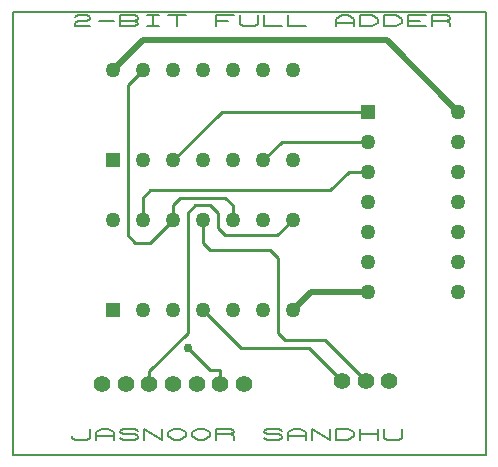
<source format=gbr>
G04 PROTEUS GERBER X2 FILE*
%TF.GenerationSoftware,Labcenter,Proteus,8.9-SP2-Build28501*%
%TF.CreationDate,2023-03-09T16:47:13+00:00*%
%TF.FileFunction,Copper,L1,Top*%
%TF.FilePolarity,Positive*%
%TF.Part,Single*%
%TF.SameCoordinates,{0f7d483c-582a-42f8-afd4-3f49b78b352a}*%
%FSLAX45Y45*%
%MOMM*%
G01*
%TA.AperFunction,Conductor*%
%ADD10C,0.254000*%
%ADD11C,0.508000*%
%TA.AperFunction,ViaPad*%
%ADD12C,0.762000*%
%TA.AperFunction,ComponentPad*%
%ADD13R,1.270000X1.270000*%
%ADD14C,1.270000*%
%TA.AperFunction,WasherPad*%
%ADD15C,1.397000*%
%TA.AperFunction,Profile*%
%ADD16C,0.203200*%
%TD.AperFunction*%
D10*
X-1270000Y-2095500D02*
X-1079500Y-2286000D01*
X-997000Y-2286000D01*
X-997000Y-2405000D01*
X+34000Y-2377000D02*
X-247500Y-2095500D01*
X-821500Y-2095500D01*
X-1143000Y-1774000D01*
X+258000Y-95000D02*
X-984000Y-95000D01*
X-1397000Y-508000D01*
X+258000Y-349000D02*
X-476000Y-349000D01*
X-635000Y-508000D01*
X-1651000Y-1012000D02*
X-1651000Y-825500D01*
X-1587500Y-762000D01*
X-63500Y-762000D01*
X+95500Y-603000D01*
X+258000Y-603000D01*
X-381000Y-1012000D02*
X-512000Y-1143000D01*
X-952500Y-1143000D01*
X-1016000Y-1079500D01*
X-1016000Y-952500D01*
X-1079500Y-889000D01*
X-1206500Y-889000D01*
X-1270000Y-952500D01*
X-1270000Y-1968500D01*
X-1597000Y-2295500D01*
X-1597000Y-2405000D01*
X-1397000Y-1012000D02*
X-1591500Y-1206500D01*
X-1714500Y-1206500D01*
X-1778000Y-1143000D01*
X-1778000Y+127000D01*
X-1651000Y+254000D01*
X-1397000Y-1012000D02*
X-1397000Y-889000D01*
X-1333500Y-825500D01*
X-952500Y-825500D01*
X-889000Y-889000D01*
X-889000Y-1012000D01*
X-1143000Y-1012000D02*
X-1143000Y-1206500D01*
X-1079500Y-1270000D01*
X-571500Y-1270000D01*
X-508000Y-1333500D01*
X-508000Y-1968500D01*
X-444500Y-2032000D01*
X-111000Y-2032000D01*
X+234000Y-2377000D01*
D11*
X-381000Y-1774000D02*
X-226000Y-1619000D01*
X+258000Y-1619000D01*
X-1905000Y+254000D02*
X-1651000Y+508000D01*
X+417000Y+508000D01*
X+1020000Y-95000D01*
D12*
X-1270000Y-2095500D03*
D13*
X-1905000Y-1774000D03*
D14*
X-1651000Y-1774000D03*
X-1397000Y-1774000D03*
X-1143000Y-1774000D03*
X-889000Y-1774000D03*
X-635000Y-1774000D03*
X-381000Y-1774000D03*
X-381000Y-1012000D03*
X-635000Y-1012000D03*
X-889000Y-1012000D03*
X-1143000Y-1012000D03*
X-1397000Y-1012000D03*
X-1651000Y-1012000D03*
X-1905000Y-1012000D03*
D13*
X-1905000Y-508000D03*
D14*
X-1651000Y-508000D03*
X-1397000Y-508000D03*
X-1143000Y-508000D03*
X-889000Y-508000D03*
X-635000Y-508000D03*
X-381000Y-508000D03*
X-381000Y+254000D03*
X-635000Y+254000D03*
X-889000Y+254000D03*
X-1143000Y+254000D03*
X-1397000Y+254000D03*
X-1651000Y+254000D03*
X-1905000Y+254000D03*
D13*
X+258000Y-95000D03*
D14*
X+258000Y-349000D03*
X+258000Y-603000D03*
X+258000Y-857000D03*
X+258000Y-1111000D03*
X+258000Y-1365000D03*
X+258000Y-1619000D03*
X+1020000Y-1619000D03*
X+1020000Y-1365000D03*
X+1020000Y-1111000D03*
X+1020000Y-857000D03*
X+1020000Y-603000D03*
X+1020000Y-349000D03*
X+1020000Y-95000D03*
D15*
X-1997000Y-2405000D03*
X-1797000Y-2405000D03*
X-1597000Y-2405000D03*
X-1397000Y-2405000D03*
X-1197000Y-2405000D03*
X-997000Y-2405000D03*
X-797000Y-2405000D03*
X+34000Y-2377000D03*
X+234000Y-2377000D03*
X+434000Y-2377000D03*
D16*
X-2750000Y-3000000D02*
X+1250000Y-3000000D01*
X+1250000Y+750000D01*
X-2750000Y+750000D01*
X-2750000Y-3000000D01*
X-2250000Y-2841440D02*
X-2250000Y-2856680D01*
X-2224600Y-2871920D01*
X-2123000Y-2871920D01*
X-2097600Y-2856680D01*
X-2097600Y-2780480D01*
X-2046800Y-2871920D02*
X-2046800Y-2810960D01*
X-1996000Y-2780480D01*
X-1945200Y-2780480D01*
X-1894400Y-2810960D01*
X-1894400Y-2871920D01*
X-2046800Y-2841440D02*
X-1894400Y-2841440D01*
X-1843600Y-2856680D02*
X-1818200Y-2871920D01*
X-1716600Y-2871920D01*
X-1691200Y-2856680D01*
X-1691200Y-2841440D01*
X-1716600Y-2826200D01*
X-1818200Y-2826200D01*
X-1843600Y-2810960D01*
X-1843600Y-2795720D01*
X-1818200Y-2780480D01*
X-1716600Y-2780480D01*
X-1691200Y-2795720D01*
X-1640400Y-2871920D02*
X-1640400Y-2780480D01*
X-1488000Y-2871920D01*
X-1488000Y-2780480D01*
X-1437200Y-2810960D02*
X-1386400Y-2780480D01*
X-1335600Y-2780480D01*
X-1284800Y-2810960D01*
X-1284800Y-2841440D01*
X-1335600Y-2871920D01*
X-1386400Y-2871920D01*
X-1437200Y-2841440D01*
X-1437200Y-2810960D01*
X-1234000Y-2810960D02*
X-1183200Y-2780480D01*
X-1132400Y-2780480D01*
X-1081600Y-2810960D01*
X-1081600Y-2841440D01*
X-1132400Y-2871920D01*
X-1183200Y-2871920D01*
X-1234000Y-2841440D01*
X-1234000Y-2810960D01*
X-1030800Y-2871920D02*
X-1030800Y-2780480D01*
X-903800Y-2780480D01*
X-878400Y-2795720D01*
X-878400Y-2810960D01*
X-903800Y-2826200D01*
X-1030800Y-2826200D01*
X-903800Y-2826200D02*
X-878400Y-2841440D01*
X-878400Y-2871920D01*
X-624400Y-2856680D02*
X-599000Y-2871920D01*
X-497400Y-2871920D01*
X-472000Y-2856680D01*
X-472000Y-2841440D01*
X-497400Y-2826200D01*
X-599000Y-2826200D01*
X-624400Y-2810960D01*
X-624400Y-2795720D01*
X-599000Y-2780480D01*
X-497400Y-2780480D01*
X-472000Y-2795720D01*
X-421200Y-2871920D02*
X-421200Y-2810960D01*
X-370400Y-2780480D01*
X-319600Y-2780480D01*
X-268800Y-2810960D01*
X-268800Y-2871920D01*
X-421200Y-2841440D02*
X-268800Y-2841440D01*
X-218000Y-2871920D02*
X-218000Y-2780480D01*
X-65600Y-2871920D01*
X-65600Y-2780480D01*
X-14800Y-2871920D02*
X-14800Y-2780480D01*
X+86800Y-2780480D01*
X+137600Y-2810960D01*
X+137600Y-2841440D01*
X+86800Y-2871920D01*
X-14800Y-2871920D01*
X+188400Y-2871920D02*
X+188400Y-2780480D01*
X+340800Y-2780480D02*
X+340800Y-2871920D01*
X+188400Y-2826200D02*
X+340800Y-2826200D01*
X+391600Y-2780480D02*
X+391600Y-2856680D01*
X+417000Y-2871920D01*
X+518600Y-2871920D01*
X+544000Y-2856680D01*
X+544000Y-2780480D01*
X-2224600Y+704280D02*
X-2199200Y+719520D01*
X-2123000Y+719520D01*
X-2097600Y+704280D01*
X-2097600Y+689040D01*
X-2123000Y+673800D01*
X-2199200Y+673800D01*
X-2224600Y+658560D01*
X-2224600Y+628080D01*
X-2097600Y+628080D01*
X-2021400Y+673800D02*
X-1894400Y+673800D01*
X-1843600Y+628080D02*
X-1843600Y+719520D01*
X-1716600Y+719520D01*
X-1691200Y+704280D01*
X-1691200Y+689040D01*
X-1716600Y+673800D01*
X-1691200Y+658560D01*
X-1691200Y+643320D01*
X-1716600Y+628080D01*
X-1843600Y+628080D01*
X-1843600Y+673800D02*
X-1716600Y+673800D01*
X-1615000Y+719520D02*
X-1513400Y+719520D01*
X-1564200Y+719520D02*
X-1564200Y+628080D01*
X-1615000Y+628080D02*
X-1513400Y+628080D01*
X-1437200Y+719520D02*
X-1284800Y+719520D01*
X-1361000Y+719520D02*
X-1361000Y+628080D01*
X-1030800Y+628080D02*
X-1030800Y+719520D01*
X-878400Y+719520D01*
X-1030800Y+673800D02*
X-929200Y+673800D01*
X-827600Y+719520D02*
X-827600Y+643320D01*
X-802200Y+628080D01*
X-700600Y+628080D01*
X-675200Y+643320D01*
X-675200Y+719520D01*
X-624400Y+719520D02*
X-624400Y+628080D01*
X-472000Y+628080D01*
X-421200Y+719520D02*
X-421200Y+628080D01*
X-268800Y+628080D01*
X-14800Y+628080D02*
X-14800Y+689040D01*
X+36000Y+719520D01*
X+86800Y+719520D01*
X+137600Y+689040D01*
X+137600Y+628080D01*
X-14800Y+658560D02*
X+137600Y+658560D01*
X+188400Y+628080D02*
X+188400Y+719520D01*
X+290000Y+719520D01*
X+340800Y+689040D01*
X+340800Y+658560D01*
X+290000Y+628080D01*
X+188400Y+628080D01*
X+391600Y+628080D02*
X+391600Y+719520D01*
X+493200Y+719520D01*
X+544000Y+689040D01*
X+544000Y+658560D01*
X+493200Y+628080D01*
X+391600Y+628080D01*
X+747200Y+628080D02*
X+594800Y+628080D01*
X+594800Y+719520D01*
X+747200Y+719520D01*
X+594800Y+673800D02*
X+696400Y+673800D01*
X+798000Y+628080D02*
X+798000Y+719520D01*
X+925000Y+719520D01*
X+950400Y+704280D01*
X+950400Y+689040D01*
X+925000Y+673800D01*
X+798000Y+673800D01*
X+925000Y+673800D02*
X+950400Y+658560D01*
X+950400Y+628080D01*
M02*

</source>
